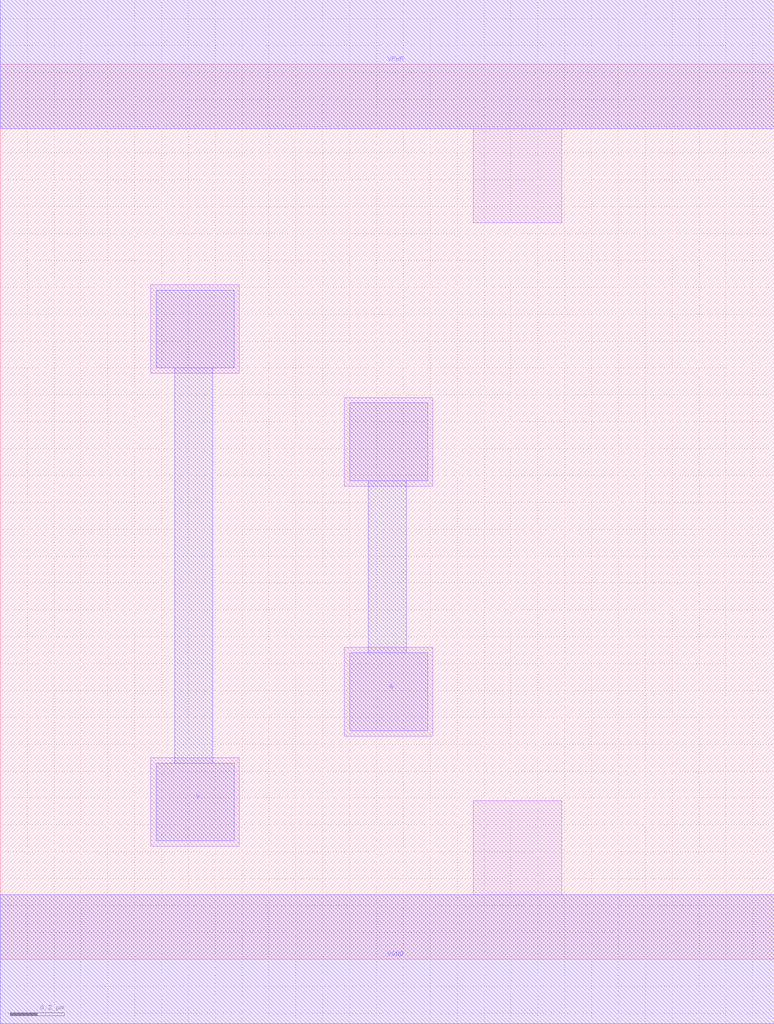
<source format=lef>
VERSION 5.7 ;
  NOWIREEXTENSIONATPIN ON ;
  DIVIDERCHAR "/" ;
  BUSBITCHARS "[]" ;
MACRO INVX2
  CLASS CORE ;
  FOREIGN INVX2 ;
  ORIGIN 0.000 0.000 ;
  SIZE 2.880 BY 3.330 ;
  SYMMETRY X Y R90 ;
  SITE unit ;
  PIN VPWR
    DIRECTION INOUT ;
    USE POWER ;
    SHAPE ABUTMENT ;
    PORT
      LAYER met1 ;
        RECT 0.000 3.090 2.880 3.570 ;
    END
  END VPWR
  PIN VGND
    DIRECTION INOUT ;
    USE GROUND ;
    SHAPE ABUTMENT ;
    PORT
      LAYER met1 ;
        RECT 0.000 -0.240 2.880 0.240 ;
    END
  END VGND
  PIN Y
    DIRECTION INOUT ;
    USE SIGNAL ;
    SHAPE ABUTMENT ;
    PORT
      LAYER met1 ;
        RECT 0.580 2.200 0.870 2.490 ;
        RECT 0.650 0.730 0.790 2.200 ;
        RECT 0.580 0.440 0.870 0.730 ;
    END
  END Y
  PIN A
    DIRECTION INOUT ;
    USE SIGNAL ;
    SHAPE ABUTMENT ;
    PORT
      LAYER met1 ;
        RECT 1.300 1.780 1.590 2.070 ;
        RECT 1.370 1.140 1.510 1.780 ;
        RECT 1.300 0.850 1.590 1.140 ;
    END
  END A
  OBS
      LAYER li1 ;
        RECT 0.000 3.090 2.880 3.570 ;
        RECT 1.760 2.740 2.090 3.090 ;
        RECT 0.560 2.180 0.890 2.510 ;
        RECT 1.280 1.760 1.610 2.090 ;
        RECT 1.280 0.830 1.610 1.160 ;
        RECT 0.560 0.420 0.890 0.750 ;
        RECT 1.760 0.240 2.090 0.590 ;
        RECT 0.000 -0.240 2.880 0.240 ;
  END
END INVX2
END LIBRARY


</source>
